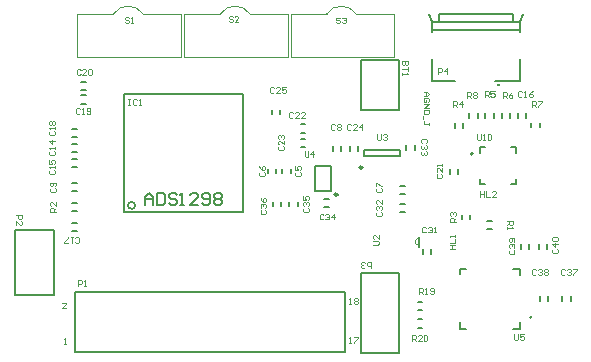
<source format=gto>
G04 Layer_Color=65535*
%FSLAX42Y42*%
%MOMM*%
G71*
G01*
G75*
%ADD30C,0.25*%
%ADD31C,0.20*%
%ADD46C,0.17*%
%ADD47C,0.10*%
%ADD48C,0.25*%
%ADD49C,0.00*%
%ADD50C,0.20*%
%ADD51C,0.13*%
%ADD52C,0.15*%
%ADD53C,0.15*%
D30*
X11647Y8180D02*
G03*
X11647Y8180I-6J0D01*
G01*
D31*
X11428Y7596D02*
G03*
X11428Y7596I-10J0D01*
G01*
X11925Y6212D02*
G03*
X11925Y6212I-7J0D01*
G01*
X11745Y7897D02*
Y7938D01*
X11675Y7897D02*
Y7938D01*
X10349Y5918D02*
Y6426D01*
X8063Y5918D02*
Y6426D01*
X10349D01*
X8063Y5918D02*
X10349D01*
X8032Y7610D02*
X8072D01*
X8032Y7680D02*
X8072D01*
X8032Y7482D02*
X8072D01*
X8032Y7553D02*
X8072D01*
X11807Y7897D02*
Y7938D01*
X11878Y7897D02*
Y7938D01*
X8032Y6943D02*
X8072D01*
X8032Y7012D02*
X8072D01*
X8032Y7738D02*
X8072D01*
X8032Y7808D02*
X8072D01*
X8112Y8093D02*
X8153D01*
X8112Y8022D02*
X8153D01*
X8112Y8207D02*
X8153D01*
X8112Y8138D02*
X8153Y8138D01*
X11235Y7425D02*
Y7465D01*
X11305Y7425D02*
Y7465D01*
X11547Y6960D02*
X11588D01*
X11547Y7030D02*
X11588D01*
X8032Y7180D02*
X8073D01*
X8032Y7110D02*
X8072D01*
X11403Y7043D02*
Y7082D01*
X11332Y7043D02*
Y7082D01*
X11922Y7820D02*
Y7860D01*
X11993Y7820D02*
Y7860D01*
X8032Y7280D02*
X8072D01*
X8032Y7350D02*
X8072D01*
X11275Y7818D02*
Y7857D01*
X11345Y7818D02*
Y7857D01*
X11397Y7897D02*
Y7938D01*
X11468Y7897D02*
Y7938D01*
X11532Y7897D02*
Y7938D01*
X11603Y7897D02*
Y7938D01*
X10090Y7497D02*
X10090Y7282D01*
X10230D02*
Y7497D01*
X10090D02*
X10230D01*
X10090Y7282D02*
X10230D01*
X12185Y6350D02*
Y6390D01*
X12255Y6350D02*
Y6390D01*
X11995Y6350D02*
Y6390D01*
X12065Y6350D02*
Y6390D01*
X9805Y7150D02*
Y7190D01*
X9735Y7150D02*
Y7190D01*
X9945D02*
X9945Y7150D01*
X9875Y7150D02*
Y7190D01*
X9695Y7430D02*
Y7470D01*
X9765Y7430D02*
Y7470D01*
X9815Y7430D02*
Y7470D01*
X9885Y7430D02*
Y7470D01*
X10810Y7105D02*
X10850Y7105D01*
X10810Y7175D02*
X10850Y7175D01*
X10810Y7255D02*
X10850Y7255D01*
X10810Y7325D02*
X10850Y7325D01*
X11075Y6790D02*
X11075Y6750D01*
X11005Y6750D02*
Y6790D01*
X11905D02*
Y6830D01*
X11835Y6790D02*
Y6830D01*
X12055Y6790D02*
Y6830D01*
X11985Y6790D02*
Y6830D01*
X10960Y6195D02*
X11000D01*
X10960Y6125D02*
X11000Y6125D01*
X10960Y6345D02*
X11000Y6345D01*
X10960Y6275D02*
X11000D01*
X10170Y7145D02*
X10210D01*
X10170Y7215D02*
X10210D01*
X10505Y7625D02*
X10815D01*
X10505Y7575D02*
X10815D01*
Y7625D01*
X10505Y7575D02*
Y7625D01*
X9970Y7725D02*
X10010D01*
X9970Y7655D02*
X10010D01*
X9970Y7845D02*
X10010D01*
X9970Y7775D02*
X10010D01*
X9725Y7930D02*
Y7970D01*
X9795Y7930D02*
Y7970D01*
X10315Y7620D02*
Y7660D01*
X10245Y7620D02*
X10245Y7660D01*
X10455Y7620D02*
Y7660D01*
X10385Y7620D02*
Y7660D01*
X10935Y7630D02*
Y7670D01*
X10865Y7670D02*
X10865Y7630D01*
D46*
X8568Y7160D02*
G03*
X8568Y7160I-30J0D01*
G01*
D47*
X8635Y8780D02*
G03*
X8385Y8780I-125J-83D01*
G01*
X9540D02*
G03*
X9290Y8780I-125J-83D01*
G01*
X10440D02*
G03*
X10190Y8780I-125J-83D01*
G01*
X8080Y8780D02*
X8385D01*
X8955Y8412D02*
Y8780D01*
X8635Y8780D02*
X8952D01*
X8080Y8415D02*
Y8780D01*
Y8415D02*
X8083Y8412D01*
X8955Y8412D01*
X8985Y8780D02*
X9290D01*
X9860Y8412D02*
Y8780D01*
X9540Y8780D02*
X9857D01*
X8985Y8415D02*
Y8780D01*
Y8415D02*
X8988Y8412D01*
X9860D01*
X9885Y8780D02*
X10190D01*
X10760Y8412D02*
Y8780D01*
X10440Y8780D02*
X10757D01*
X9885Y8415D02*
Y8780D01*
Y8415D02*
X9888Y8412D01*
X10760D01*
X8507Y8062D02*
X8524D01*
X8516D01*
Y8012D01*
X8507D01*
X8524D01*
X8582Y8054D02*
X8574Y8062D01*
X8557D01*
X8549Y8054D01*
Y8021D01*
X8557Y8012D01*
X8574D01*
X8582Y8021D01*
X8599Y8012D02*
X8616D01*
X8607D01*
Y8062D01*
X8599Y8054D01*
X7560Y7080D02*
X7610D01*
Y7055D01*
X7602Y7047D01*
X7585D01*
X7577Y7055D01*
Y7080D01*
X7560Y6997D02*
Y7030D01*
X7593Y6997D01*
X7602D01*
X7610Y7005D01*
Y7022D01*
X7602Y7030D01*
X10565Y6632D02*
Y6682D01*
X10540D01*
X10532Y6674D01*
Y6657D01*
X10540Y6649D01*
X10565D01*
X10515Y6674D02*
X10507Y6682D01*
X10490D01*
X10482Y6674D01*
Y6666D01*
X10490Y6657D01*
X10498D01*
X10490D01*
X10482Y6649D01*
Y6641D01*
X10490Y6632D01*
X10507D01*
X10515Y6641D01*
X10880Y8380D02*
X10830D01*
Y8355D01*
X10838Y8347D01*
X10847D01*
X10855Y8355D01*
Y8380D01*
Y8355D01*
X10863Y8347D01*
X10872D01*
X10880Y8355D01*
Y8380D01*
Y8330D02*
Y8297D01*
Y8313D01*
X10830D01*
Y8280D02*
Y8263D01*
Y8272D01*
X10880D01*
X10872Y8280D01*
X7846Y7623D02*
X7838Y7615D01*
Y7598D01*
X7846Y7590D01*
X7879D01*
X7888Y7598D01*
Y7615D01*
X7879Y7623D01*
X7888Y7640D02*
Y7657D01*
Y7648D01*
X7838D01*
X7846Y7640D01*
X7888Y7707D02*
X7838D01*
X7863Y7682D01*
Y7715D01*
X7846Y7456D02*
X7838Y7447D01*
Y7431D01*
X7846Y7422D01*
X7879D01*
X7888Y7431D01*
Y7447D01*
X7879Y7456D01*
X7888Y7472D02*
Y7489D01*
Y7481D01*
X7838D01*
X7846Y7472D01*
X7838Y7547D02*
Y7514D01*
X7863D01*
X7854Y7531D01*
Y7539D01*
X7863Y7547D01*
X7879D01*
X7888Y7539D01*
Y7522D01*
X7879Y7514D01*
X11846Y8117D02*
X11837Y8125D01*
X11821D01*
X11812Y8117D01*
Y8083D01*
X11821Y8075D01*
X11837D01*
X11846Y8083D01*
X11862Y8075D02*
X11879D01*
X11871D01*
Y8125D01*
X11862Y8117D01*
X11937Y8125D02*
X11921Y8117D01*
X11904Y8100D01*
Y8083D01*
X11912Y8075D01*
X11929D01*
X11937Y8083D01*
Y8092D01*
X11929Y8100D01*
X11904D01*
X8057Y6848D02*
X8065Y6840D01*
X8082D01*
X8090Y6848D01*
Y6882D01*
X8082Y6890D01*
X8065D01*
X8057Y6882D01*
X8040Y6890D02*
X8023D01*
X8032D01*
Y6840D01*
X8040Y6848D01*
X7998Y6840D02*
X7965D01*
Y6848D01*
X7998Y6882D01*
Y6890D01*
X7846Y7786D02*
X7838Y7777D01*
Y7761D01*
X7846Y7753D01*
X7879D01*
X7888Y7761D01*
Y7777D01*
X7879Y7786D01*
X7888Y7802D02*
Y7819D01*
Y7811D01*
X7838D01*
X7846Y7802D01*
Y7844D02*
X7838Y7852D01*
Y7869D01*
X7846Y7877D01*
X7854D01*
X7863Y7869D01*
X7871Y7877D01*
X7879D01*
X7888Y7869D01*
Y7852D01*
X7879Y7844D01*
X7871D01*
X7863Y7852D01*
X7854Y7844D01*
X7846D01*
X7863Y7852D02*
Y7869D01*
X8098Y7972D02*
X8090Y7980D01*
X8073D01*
X8065Y7972D01*
Y7938D01*
X8073Y7930D01*
X8090D01*
X8098Y7938D01*
X8115Y7930D02*
X8132D01*
X8123D01*
Y7980D01*
X8115Y7972D01*
X8157Y7938D02*
X8165Y7930D01*
X8182D01*
X8190Y7938D01*
Y7972D01*
X8182Y7980D01*
X8165D01*
X8157Y7972D01*
Y7963D01*
X8165Y7955D01*
X8190D01*
X8106Y8302D02*
X8097Y8310D01*
X8081D01*
X8072Y8302D01*
Y8268D01*
X8081Y8260D01*
X8097D01*
X8106Y8268D01*
X8156Y8260D02*
X8122D01*
X8156Y8293D01*
Y8302D01*
X8147Y8310D01*
X8131D01*
X8122Y8302D01*
X8172D02*
X8181Y8310D01*
X8197D01*
X8206Y8302D01*
Y8268D01*
X8197Y8260D01*
X8181D01*
X8172Y8268D01*
Y8302D01*
X11128Y7423D02*
X11120Y7415D01*
Y7398D01*
X11128Y7390D01*
X11162D01*
X11170Y7398D01*
Y7415D01*
X11162Y7423D01*
X11170Y7473D02*
Y7440D01*
X11137Y7473D01*
X11128D01*
X11120Y7465D01*
Y7448D01*
X11128Y7440D01*
X11170Y7490D02*
Y7507D01*
Y7498D01*
X11120D01*
X11128Y7490D01*
X11230Y6790D02*
X11280D01*
X11255D01*
Y6823D01*
X11230D01*
X11280D01*
X11230Y6840D02*
X11280D01*
Y6873D01*
Y6890D02*
Y6907D01*
Y6898D01*
X11230D01*
X11238Y6890D01*
X11490Y7280D02*
Y7230D01*
Y7255D01*
X11523D01*
Y7280D01*
Y7230D01*
X11540Y7280D02*
Y7230D01*
X11573D01*
X11623D02*
X11590D01*
X11623Y7263D01*
Y7272D01*
X11615Y7280D01*
X11598D01*
X11590Y7272D01*
X8088Y6480D02*
Y6530D01*
X8112D01*
X8121Y6522D01*
Y6505D01*
X8112Y6497D01*
X8088D01*
X8137Y6480D02*
X8154D01*
X8146D01*
Y6530D01*
X8137Y6522D01*
X11720Y7030D02*
X11770D01*
Y7005D01*
X11762Y6997D01*
X11745D01*
X11737Y7005D01*
Y7030D01*
Y7013D02*
X11720Y6997D01*
Y6980D02*
Y6963D01*
Y6972D01*
X11770D01*
X11762Y6980D01*
X7900Y7107D02*
X7850D01*
Y7132D01*
X7858Y7141D01*
X7875D01*
X7883Y7132D01*
Y7107D01*
Y7124D02*
X7900Y7141D01*
Y7191D02*
Y7157D01*
X7867Y7191D01*
X7858D01*
X7850Y7182D01*
Y7166D01*
X7858Y7157D01*
X11285Y7018D02*
X11235D01*
Y7042D01*
X11243Y7051D01*
X11260D01*
X11268Y7042D01*
Y7018D01*
Y7034D02*
X11285Y7051D01*
X11243Y7067D02*
X11235Y7076D01*
Y7092D01*
X11243Y7101D01*
X11252D01*
X11260Y7092D01*
Y7084D01*
Y7092D01*
X11268Y7101D01*
X11277D01*
X11285Y7092D01*
Y7076D01*
X11277Y7067D01*
X11260Y7993D02*
Y8042D01*
X11285D01*
X11293Y8034D01*
Y8017D01*
X11285Y8009D01*
X11260D01*
X11277D02*
X11293Y7993D01*
X11335D02*
Y8042D01*
X11310Y8017D01*
X11343D01*
X11528Y8075D02*
Y8125D01*
X11552D01*
X11561Y8117D01*
Y8100D01*
X11552Y8092D01*
X11528D01*
X11544D02*
X11561Y8075D01*
X11611Y8125D02*
X11577D01*
Y8100D01*
X11594Y8108D01*
X11602D01*
X11611Y8100D01*
Y8083D01*
X11602Y8075D01*
X11586D01*
X11577Y8083D01*
X11680Y8072D02*
Y8122D01*
X11705D01*
X11713Y8114D01*
Y8097D01*
X11705Y8089D01*
X11680D01*
X11697D02*
X11713Y8072D01*
X11763Y8122D02*
X11747Y8114D01*
X11730Y8097D01*
Y8081D01*
X11738Y8072D01*
X11755D01*
X11763Y8081D01*
Y8089D01*
X11755Y8097D01*
X11730D01*
X11932Y7995D02*
Y8045D01*
X11957D01*
X11966Y8037D01*
Y8020D01*
X11957Y8012D01*
X11932D01*
X11949D02*
X11966Y7995D01*
X11982Y8045D02*
X12016D01*
Y8037D01*
X11982Y8003D01*
Y7995D01*
X11382Y8070D02*
Y8120D01*
X11407D01*
X11416Y8112D01*
Y8095D01*
X11407Y8087D01*
X11382D01*
X11399D02*
X11416Y8070D01*
X11432Y8112D02*
X11441Y8120D01*
X11457D01*
X11466Y8112D01*
Y8103D01*
X11457Y8095D01*
X11466Y8087D01*
Y8078D01*
X11457Y8070D01*
X11441D01*
X11432Y8078D01*
Y8087D01*
X11441Y8095D01*
X11432Y8103D01*
Y8112D01*
X11441Y8095D02*
X11457D01*
X8513Y8744D02*
X8505Y8752D01*
X8488D01*
X8480Y8744D01*
Y8736D01*
X8488Y8727D01*
X8505D01*
X8513Y8719D01*
Y8711D01*
X8505Y8703D01*
X8488D01*
X8480Y8711D01*
X8530Y8703D02*
X8547D01*
X8538D01*
Y8752D01*
X8530Y8744D01*
X11460Y7760D02*
Y7718D01*
X11468Y7710D01*
X11485D01*
X11493Y7718D01*
Y7760D01*
X11510Y7710D02*
X11527D01*
X11518D01*
Y7760D01*
X11510Y7752D01*
X11552D02*
X11560Y7760D01*
X11577D01*
X11585Y7752D01*
Y7718D01*
X11577Y7710D01*
X11560D01*
X11552Y7718D01*
Y7752D01*
X7853Y7303D02*
X7845Y7295D01*
Y7278D01*
X7853Y7270D01*
X7887D01*
X7895Y7278D01*
Y7295D01*
X7887Y7303D01*
Y7320D02*
X7895Y7328D01*
Y7345D01*
X7887Y7353D01*
X7853D01*
X7845Y7345D01*
Y7328D01*
X7853Y7320D01*
X7862D01*
X7870Y7328D01*
Y7353D01*
X11130Y8270D02*
Y8320D01*
X11155D01*
X11163Y8312D01*
Y8295D01*
X11155Y8287D01*
X11130D01*
X11205Y8270D02*
Y8320D01*
X11180Y8295D01*
X11213D01*
X9393Y8752D02*
X9385Y8760D01*
X9368D01*
X9360Y8752D01*
Y8743D01*
X9368Y8735D01*
X9385D01*
X9393Y8727D01*
Y8718D01*
X9385Y8710D01*
X9368D01*
X9360Y8718D01*
X9443Y8710D02*
X9410D01*
X9443Y8743D01*
Y8752D01*
X9435Y8760D01*
X9418D01*
X9410Y8752D01*
X10303Y8742D02*
X10295Y8750D01*
X10278D01*
X10270Y8742D01*
Y8733D01*
X10278Y8725D01*
X10295D01*
X10303Y8717D01*
Y8708D01*
X10295Y8700D01*
X10278D01*
X10270Y8708D01*
X10320Y8742D02*
X10328Y8750D01*
X10345D01*
X10353Y8742D01*
Y8733D01*
X10345Y8725D01*
X10337D01*
X10345D01*
X10353Y8717D01*
Y8708D01*
X10345Y8700D01*
X10328D01*
X10320Y8708D01*
X11033Y6972D02*
X11025Y6980D01*
X11008D01*
X11000Y6972D01*
Y6938D01*
X11008Y6930D01*
X11025D01*
X11033Y6938D01*
X11050Y6972D02*
X11058Y6980D01*
X11075D01*
X11083Y6972D01*
Y6963D01*
X11075Y6955D01*
X11067D01*
X11075D01*
X11083Y6947D01*
Y6938D01*
X11075Y6930D01*
X11058D01*
X11050Y6938D01*
X11100Y6930D02*
X11117D01*
X11108D01*
Y6980D01*
X11100Y6972D01*
X10618Y7103D02*
X10610Y7095D01*
Y7078D01*
X10618Y7070D01*
X10652D01*
X10660Y7078D01*
Y7095D01*
X10652Y7103D01*
X10618Y7120D02*
X10610Y7128D01*
Y7145D01*
X10618Y7153D01*
X10627D01*
X10635Y7145D01*
Y7137D01*
Y7145D01*
X10643Y7153D01*
X10652D01*
X10660Y7145D01*
Y7128D01*
X10652Y7120D01*
X10660Y7203D02*
Y7170D01*
X10627Y7203D01*
X10618D01*
X10610Y7195D01*
Y7178D01*
X10618Y7170D01*
X11032Y7687D02*
X11040Y7695D01*
Y7712D01*
X11032Y7720D01*
X10998D01*
X10990Y7712D01*
Y7695D01*
X10998Y7687D01*
X11032Y7670D02*
X11040Y7662D01*
Y7645D01*
X11032Y7637D01*
X11023D01*
X11015Y7645D01*
Y7653D01*
Y7645D01*
X11007Y7637D01*
X10998D01*
X10990Y7645D01*
Y7662D01*
X10998Y7670D01*
X11032Y7620D02*
X11040Y7612D01*
Y7595D01*
X11032Y7587D01*
X11023D01*
X11015Y7595D01*
Y7603D01*
Y7595D01*
X11007Y7587D01*
X10998D01*
X10990Y7595D01*
Y7612D01*
X10998Y7620D01*
X10163Y7082D02*
X10155Y7090D01*
X10138D01*
X10130Y7082D01*
Y7048D01*
X10138Y7040D01*
X10155D01*
X10163Y7048D01*
X10180Y7082D02*
X10188Y7090D01*
X10205D01*
X10213Y7082D01*
Y7073D01*
X10205Y7065D01*
X10197D01*
X10205D01*
X10213Y7057D01*
Y7048D01*
X10205Y7040D01*
X10188D01*
X10180Y7048D01*
X10255Y7040D02*
Y7090D01*
X10230Y7065D01*
X10263D01*
X9998Y7138D02*
X9990Y7130D01*
Y7113D01*
X9998Y7105D01*
X10032D01*
X10040Y7113D01*
Y7130D01*
X10032Y7138D01*
X9998Y7155D02*
X9990Y7163D01*
Y7180D01*
X9998Y7188D01*
X10007D01*
X10015Y7180D01*
Y7172D01*
Y7180D01*
X10023Y7188D01*
X10032D01*
X10040Y7180D01*
Y7163D01*
X10032Y7155D01*
X9990Y7238D02*
Y7205D01*
X10015D01*
X10007Y7222D01*
Y7230D01*
X10015Y7238D01*
X10032D01*
X10040Y7230D01*
Y7213D01*
X10032Y7205D01*
X9638Y7123D02*
X9630Y7115D01*
Y7098D01*
X9638Y7090D01*
X9672D01*
X9680Y7098D01*
Y7115D01*
X9672Y7123D01*
X9638Y7140D02*
X9630Y7148D01*
Y7165D01*
X9638Y7173D01*
X9647D01*
X9655Y7165D01*
Y7157D01*
Y7165D01*
X9663Y7173D01*
X9672D01*
X9680Y7165D01*
Y7148D01*
X9672Y7140D01*
X9630Y7223D02*
X9638Y7207D01*
X9655Y7190D01*
X9672D01*
X9680Y7198D01*
Y7215D01*
X9672Y7223D01*
X9663D01*
X9655Y7215D01*
Y7190D01*
X10620Y7760D02*
Y7718D01*
X10628Y7710D01*
X10645D01*
X10653Y7718D01*
Y7760D01*
X10670Y7752D02*
X10678Y7760D01*
X10695D01*
X10703Y7752D01*
Y7743D01*
X10695Y7735D01*
X10687D01*
X10695D01*
X10703Y7727D01*
Y7718D01*
X10695Y7710D01*
X10678D01*
X10670Y7718D01*
X10003Y7622D02*
Y7580D01*
X10011Y7572D01*
X10028D01*
X10036Y7580D01*
Y7622D01*
X10077Y7572D02*
Y7622D01*
X10053Y7597D01*
X10086D01*
X11010Y8120D02*
X11043D01*
X11060Y8103D01*
X11043Y8087D01*
X11010D01*
X11035D01*
Y8120D01*
X11052Y8037D02*
X11060Y8045D01*
Y8062D01*
X11052Y8070D01*
X11018D01*
X11010Y8062D01*
Y8045D01*
X11018Y8037D01*
X11035D01*
Y8053D01*
X11010Y8020D02*
X11060D01*
X11010Y7987D01*
X11060D01*
Y7970D02*
X11010D01*
Y7945D01*
X11018Y7937D01*
X11052D01*
X11060Y7945D01*
Y7970D01*
X11002Y7920D02*
Y7887D01*
X11060Y7837D02*
Y7853D01*
Y7845D01*
X11018D01*
X11010Y7853D01*
Y7862D01*
X11018Y7870D01*
X9928Y7443D02*
X9920Y7435D01*
Y7418D01*
X9928Y7410D01*
X9962D01*
X9970Y7418D01*
Y7435D01*
X9962Y7443D01*
X9920Y7493D02*
Y7460D01*
X9945D01*
X9937Y7477D01*
Y7485D01*
X9945Y7493D01*
X9962D01*
X9970Y7485D01*
Y7468D01*
X9962Y7460D01*
X9628Y7443D02*
X9620Y7435D01*
Y7418D01*
X9628Y7410D01*
X9662D01*
X9670Y7418D01*
Y7435D01*
X9662Y7443D01*
X9620Y7493D02*
X9628Y7477D01*
X9645Y7460D01*
X9662D01*
X9670Y7468D01*
Y7485D01*
X9662Y7493D01*
X9653D01*
X9645Y7485D01*
Y7460D01*
X10618Y7303D02*
X10610Y7295D01*
Y7278D01*
X10618Y7270D01*
X10652D01*
X10660Y7278D01*
Y7295D01*
X10652Y7303D01*
X10610Y7320D02*
Y7353D01*
X10618D01*
X10652Y7320D01*
X10660D01*
X10263Y7842D02*
X10255Y7850D01*
X10238D01*
X10230Y7842D01*
Y7808D01*
X10238Y7800D01*
X10255D01*
X10263Y7808D01*
X10280Y7842D02*
X10288Y7850D01*
X10305D01*
X10313Y7842D01*
Y7833D01*
X10305Y7825D01*
X10313Y7817D01*
Y7808D01*
X10305Y7800D01*
X10288D01*
X10280Y7808D01*
Y7817D01*
X10288Y7825D01*
X10280Y7833D01*
Y7842D01*
X10288Y7825D02*
X10305D01*
X9903Y7942D02*
X9895Y7950D01*
X9878D01*
X9870Y7942D01*
Y7908D01*
X9878Y7900D01*
X9895D01*
X9903Y7908D01*
X9953Y7900D02*
X9920D01*
X9953Y7933D01*
Y7942D01*
X9945Y7950D01*
X9928D01*
X9920Y7942D01*
X10003Y7900D02*
X9970D01*
X10003Y7933D01*
Y7942D01*
X9995Y7950D01*
X9978D01*
X9970Y7942D01*
X9786Y7658D02*
X9778Y7650D01*
Y7633D01*
X9786Y7625D01*
X9819D01*
X9828Y7633D01*
Y7650D01*
X9819Y7658D01*
X9828Y7708D02*
Y7675D01*
X9794Y7708D01*
X9786D01*
X9778Y7700D01*
Y7683D01*
X9786Y7675D01*
Y7725D02*
X9778Y7733D01*
Y7750D01*
X9786Y7758D01*
X9794D01*
X9803Y7750D01*
Y7742D01*
Y7750D01*
X9811Y7758D01*
X9819D01*
X9828Y7750D01*
Y7733D01*
X9819Y7725D01*
X10393Y7842D02*
X10385Y7850D01*
X10368D01*
X10360Y7842D01*
Y7808D01*
X10368Y7800D01*
X10385D01*
X10393Y7808D01*
X10443Y7800D02*
X10410D01*
X10443Y7833D01*
Y7842D01*
X10435Y7850D01*
X10418D01*
X10410Y7842D01*
X10485Y7800D02*
Y7850D01*
X10460Y7825D01*
X10493D01*
X9743Y8152D02*
X9735Y8160D01*
X9718D01*
X9710Y8152D01*
Y8118D01*
X9718Y8110D01*
X9735D01*
X9743Y8118D01*
X9793Y8110D02*
X9760D01*
X9793Y8143D01*
Y8152D01*
X9785Y8160D01*
X9768D01*
X9760Y8152D01*
X9843Y8160D02*
X9810D01*
Y8135D01*
X9827Y8143D01*
X9835D01*
X9843Y8135D01*
Y8118D01*
X9835Y8110D01*
X9818D01*
X9810Y8118D01*
X10579Y6828D02*
X10621D01*
X10629Y6837D01*
Y6853D01*
X10621Y6862D01*
X10579D01*
X10629Y6912D02*
Y6878D01*
X10596Y6912D01*
X10588D01*
X10579Y6903D01*
Y6887D01*
X10588Y6878D01*
X12207Y6614D02*
X12199Y6622D01*
X12182D01*
X12174Y6614D01*
Y6581D01*
X12182Y6572D01*
X12199D01*
X12207Y6581D01*
X12224Y6614D02*
X12232Y6622D01*
X12249D01*
X12257Y6614D01*
Y6606D01*
X12249Y6597D01*
X12241D01*
X12249D01*
X12257Y6589D01*
Y6581D01*
X12249Y6572D01*
X12232D01*
X12224Y6581D01*
X12274Y6622D02*
X12307D01*
Y6614D01*
X12274Y6581D01*
Y6572D01*
X11963Y6612D02*
X11955Y6620D01*
X11938D01*
X11930Y6612D01*
Y6578D01*
X11938Y6570D01*
X11955D01*
X11963Y6578D01*
X11980Y6612D02*
X11988Y6620D01*
X12005D01*
X12013Y6612D01*
Y6603D01*
X12005Y6595D01*
X11997D01*
X12005D01*
X12013Y6587D01*
Y6578D01*
X12005Y6570D01*
X11988D01*
X11980Y6578D01*
X12030Y6612D02*
X12038Y6620D01*
X12055D01*
X12063Y6612D01*
Y6603D01*
X12055Y6595D01*
X12063Y6587D01*
Y6578D01*
X12055Y6570D01*
X12038D01*
X12030Y6578D01*
Y6587D01*
X12038Y6595D01*
X12030Y6603D01*
Y6612D01*
X12038Y6595D02*
X12055D01*
X11738Y6783D02*
X11730Y6775D01*
Y6758D01*
X11738Y6750D01*
X11772D01*
X11780Y6758D01*
Y6775D01*
X11772Y6783D01*
X11738Y6800D02*
X11730Y6808D01*
Y6825D01*
X11738Y6833D01*
X11747D01*
X11755Y6825D01*
Y6817D01*
Y6825D01*
X11763Y6833D01*
X11772D01*
X11780Y6825D01*
Y6808D01*
X11772Y6800D01*
Y6850D02*
X11780Y6858D01*
Y6875D01*
X11772Y6883D01*
X11738D01*
X11730Y6875D01*
Y6858D01*
X11738Y6850D01*
X11747D01*
X11755Y6858D01*
Y6883D01*
X12108Y6793D02*
X12100Y6785D01*
Y6768D01*
X12108Y6760D01*
X12142D01*
X12150Y6768D01*
Y6785D01*
X12142Y6793D01*
X12150Y6835D02*
X12100D01*
X12125Y6810D01*
Y6843D01*
X12108Y6860D02*
X12100Y6868D01*
Y6885D01*
X12108Y6893D01*
X12142D01*
X12150Y6885D01*
Y6868D01*
X12142Y6860D01*
X12108D01*
X10970Y6410D02*
Y6460D01*
X10995D01*
X11003Y6452D01*
Y6435D01*
X10995Y6427D01*
X10970D01*
X10987D02*
X11003Y6410D01*
X11020D02*
X11037D01*
X11028D01*
Y6460D01*
X11020Y6452D01*
X11062Y6418D02*
X11070Y6410D01*
X11087D01*
X11095Y6418D01*
Y6452D01*
X11087Y6460D01*
X11070D01*
X11062Y6452D01*
Y6443D01*
X11070Y6435D01*
X11095D01*
X10910Y6010D02*
Y6060D01*
X10935D01*
X10943Y6052D01*
Y6035D01*
X10935Y6027D01*
X10910D01*
X10927D02*
X10943Y6010D01*
X10993D02*
X10960D01*
X10993Y6043D01*
Y6052D01*
X10985Y6060D01*
X10968D01*
X10960Y6052D01*
X11010D02*
X11018Y6060D01*
X11035D01*
X11043Y6052D01*
Y6018D01*
X11035Y6010D01*
X11018D01*
X11010Y6018D01*
Y6052D01*
X11780Y6070D02*
Y6028D01*
X11788Y6020D01*
X11805D01*
X11813Y6028D01*
Y6070D01*
X11863D02*
X11830D01*
Y6045D01*
X11847Y6053D01*
X11855D01*
X11863Y6045D01*
Y6028D01*
X11855Y6020D01*
X11838D01*
X11830Y6028D01*
X7981Y6288D02*
X7947D01*
X7981Y6321D01*
Y6329D01*
X7972Y6337D01*
X7956D01*
X7947Y6329D01*
X7962Y5988D02*
X7979D01*
X7971D01*
Y6037D01*
X7962Y6029D01*
X10380Y5992D02*
X10397D01*
X10388D01*
Y6042D01*
X10380Y6034D01*
X10422Y6042D02*
X10455D01*
Y6034D01*
X10422Y6001D01*
Y5992D01*
X10382Y6328D02*
X10399D01*
X10391D01*
Y6377D01*
X10382Y6369D01*
X10424D02*
X10432Y6377D01*
X10449D01*
X10457Y6369D01*
Y6361D01*
X10449Y6352D01*
X10457Y6344D01*
Y6336D01*
X10449Y6328D01*
X10432D01*
X10424Y6336D01*
Y6344D01*
X10432Y6352D01*
X10424Y6361D01*
Y6369D01*
X10432Y6352D02*
X10449D01*
D48*
X10282Y7250D02*
G03*
X10282Y7250I-12J0D01*
G01*
X10493Y7480D02*
G03*
X10493Y7480I-12J0D01*
G01*
D49*
X10970Y6880D02*
G03*
X10970Y6820I0J-30D01*
G01*
D50*
X8478Y7100D02*
Y8100D01*
X9478D01*
Y7100D02*
Y8100D01*
X8478Y7100D02*
X9478D01*
D51*
X7550Y6401D02*
X7885D01*
X7885Y6951D02*
X7885Y6401D01*
X7550Y6951D02*
X7885Y6951D01*
X7550Y6401D02*
Y6951D01*
X11488Y7605D02*
Y7650D01*
Y7340D02*
X11488Y7385D01*
X11797Y7605D02*
Y7650D01*
Y7340D02*
Y7385D01*
X11488Y7650D02*
X11532D01*
X11488Y7340D02*
X11532D01*
X11753Y7650D02*
X11797D01*
X11753Y7340D02*
X11797D01*
X11084Y8646D02*
Y8716D01*
Y8626D02*
Y8646D01*
X11084Y8216D02*
Y8401D01*
X11829Y8646D02*
Y8726D01*
X11829Y8626D02*
X11829Y8646D01*
X11824Y8216D02*
X11824Y8401D01*
X11084Y8216D02*
X11279D01*
X11084Y8716D02*
X11824D01*
X11854Y8776D01*
X11054Y8776D02*
X11084Y8716D01*
X11619Y8216D02*
X11824D01*
X11084Y8647D02*
X11824D01*
X11764Y8716D02*
Y8776D01*
X11144D02*
X11764D01*
X11144Y8716D02*
Y8776D01*
X11765Y6625D02*
X11825D01*
Y6570D02*
Y6625D01*
X11315D02*
X11370D01*
X11315Y6580D02*
Y6625D01*
Y6115D02*
Y6175D01*
Y6115D02*
X11370D01*
X11825D02*
Y6175D01*
X11770Y6115D02*
X11825D01*
X10480Y7968D02*
X10800D01*
Y8392D01*
X10480D02*
X10800D01*
X10480Y7968D02*
Y8392D01*
X10800Y5913D02*
Y6587D01*
X10480Y5913D02*
Y6587D01*
Y5913D02*
X10800D01*
X10480Y6587D02*
X10800D01*
D52*
X10970Y6880D02*
X10970Y6891D01*
X10970Y6820D02*
Y6880D01*
Y6809D02*
Y6820D01*
D53*
X8653Y7162D02*
Y7229D01*
X8686Y7262D01*
X8719Y7229D01*
Y7162D01*
Y7212D01*
X8653D01*
X8752Y7262D02*
Y7162D01*
X8802D01*
X8819Y7179D01*
Y7246D01*
X8802Y7262D01*
X8752D01*
X8919Y7246D02*
X8902Y7262D01*
X8869D01*
X8852Y7246D01*
Y7229D01*
X8869Y7212D01*
X8902D01*
X8919Y7196D01*
Y7179D01*
X8902Y7162D01*
X8869D01*
X8852Y7179D01*
X8952Y7162D02*
X8986D01*
X8969D01*
Y7262D01*
X8952Y7246D01*
X9102Y7162D02*
X9036D01*
X9102Y7229D01*
Y7246D01*
X9086Y7262D01*
X9052D01*
X9036Y7246D01*
X9136Y7179D02*
X9152Y7162D01*
X9186D01*
X9202Y7179D01*
Y7246D01*
X9186Y7262D01*
X9152D01*
X9136Y7246D01*
Y7229D01*
X9152Y7212D01*
X9202D01*
X9236Y7246D02*
X9252Y7262D01*
X9286D01*
X9302Y7246D01*
Y7229D01*
X9286Y7212D01*
X9302Y7196D01*
Y7179D01*
X9286Y7162D01*
X9252D01*
X9236Y7179D01*
Y7196D01*
X9252Y7212D01*
X9236Y7229D01*
Y7246D01*
X9252Y7212D02*
X9286D01*
M02*

</source>
